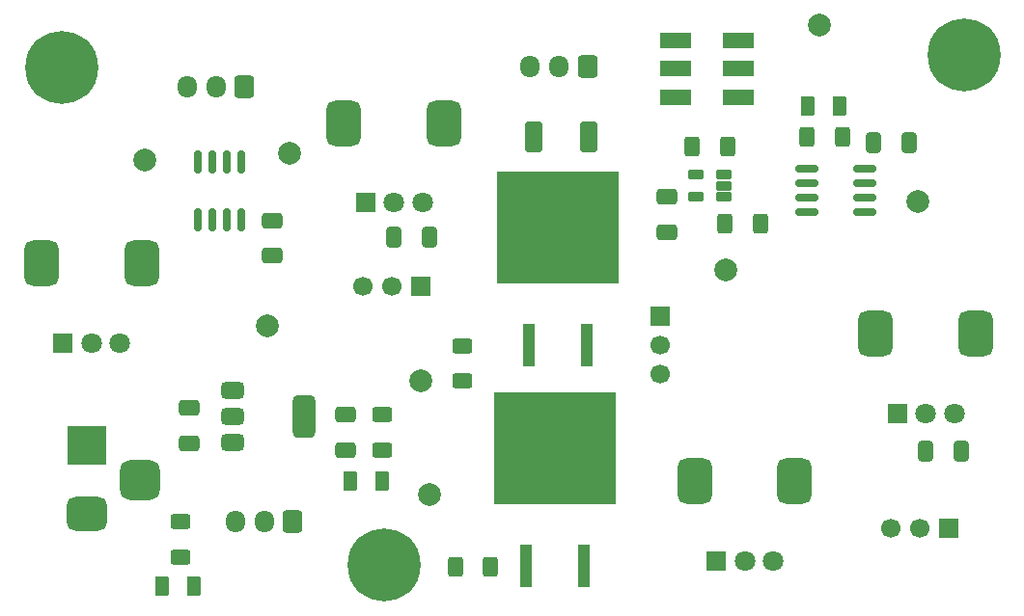
<source format=gbr>
%TF.GenerationSoftware,KiCad,Pcbnew,9.0.4*%
%TF.CreationDate,2025-10-06T02:07:33-06:00*%
%TF.ProjectId,Levitation_Analog_v1,4c657669-7461-4746-996f-6e5f416e616c,rev?*%
%TF.SameCoordinates,Original*%
%TF.FileFunction,Soldermask,Top*%
%TF.FilePolarity,Negative*%
%FSLAX46Y46*%
G04 Gerber Fmt 4.6, Leading zero omitted, Abs format (unit mm)*
G04 Created by KiCad (PCBNEW 9.0.4) date 2025-10-06 02:07:33*
%MOMM*%
%LPD*%
G01*
G04 APERTURE LIST*
G04 Aperture macros list*
%AMRoundRect*
0 Rectangle with rounded corners*
0 $1 Rounding radius*
0 $2 $3 $4 $5 $6 $7 $8 $9 X,Y pos of 4 corners*
0 Add a 4 corners polygon primitive as box body*
4,1,4,$2,$3,$4,$5,$6,$7,$8,$9,$2,$3,0*
0 Add four circle primitives for the rounded corners*
1,1,$1+$1,$2,$3*
1,1,$1+$1,$4,$5*
1,1,$1+$1,$6,$7*
1,1,$1+$1,$8,$9*
0 Add four rect primitives between the rounded corners*
20,1,$1+$1,$2,$3,$4,$5,0*
20,1,$1+$1,$4,$5,$6,$7,0*
20,1,$1+$1,$6,$7,$8,$9,0*
20,1,$1+$1,$8,$9,$2,$3,0*%
G04 Aperture macros list end*
%ADD10C,2.000000*%
%ADD11R,1.800000X1.800000*%
%ADD12C,1.800000*%
%ADD13RoundRect,0.750000X0.750000X-1.250000X0.750000X1.250000X-0.750000X1.250000X-0.750000X-1.250000X0*%
%ADD14C,6.400000*%
%ADD15RoundRect,0.250000X0.375000X0.625000X-0.375000X0.625000X-0.375000X-0.625000X0.375000X-0.625000X0*%
%ADD16R,1.041400X3.810000*%
%ADD17R,10.769600X9.880600*%
%ADD18RoundRect,0.250000X-0.500000X-1.100000X0.500000X-1.100000X0.500000X1.100000X-0.500000X1.100000X0*%
%ADD19RoundRect,0.250000X-0.375000X-0.625000X0.375000X-0.625000X0.375000X0.625000X-0.375000X0.625000X0*%
%ADD20RoundRect,0.250000X-0.650000X0.412500X-0.650000X-0.412500X0.650000X-0.412500X0.650000X0.412500X0*%
%ADD21RoundRect,0.102000X-1.250000X0.600000X-1.250000X-0.600000X1.250000X-0.600000X1.250000X0.600000X0*%
%ADD22RoundRect,0.250000X-0.412500X-0.650000X0.412500X-0.650000X0.412500X0.650000X-0.412500X0.650000X0*%
%ADD23RoundRect,0.250000X-0.625000X0.400000X-0.625000X-0.400000X0.625000X-0.400000X0.625000X0.400000X0*%
%ADD24RoundRect,0.250000X-0.400000X-0.625000X0.400000X-0.625000X0.400000X0.625000X-0.400000X0.625000X0*%
%ADD25R,1.700000X1.700000*%
%ADD26C,1.700000*%
%ADD27RoundRect,0.250000X0.600000X0.725000X-0.600000X0.725000X-0.600000X-0.725000X0.600000X-0.725000X0*%
%ADD28O,1.700000X1.950000*%
%ADD29RoundRect,0.198500X0.508500X0.198500X-0.508500X0.198500X-0.508500X-0.198500X0.508500X-0.198500X0*%
%ADD30RoundRect,0.162500X-0.825000X-0.162500X0.825000X-0.162500X0.825000X0.162500X-0.825000X0.162500X0*%
%ADD31RoundRect,0.250000X0.400000X0.625000X-0.400000X0.625000X-0.400000X-0.625000X0.400000X-0.625000X0*%
%ADD32R,3.500000X3.500000*%
%ADD33RoundRect,0.750000X1.000000X-0.750000X1.000000X0.750000X-1.000000X0.750000X-1.000000X-0.750000X0*%
%ADD34RoundRect,0.875000X0.875000X-0.875000X0.875000X0.875000X-0.875000X0.875000X-0.875000X-0.875000X0*%
%ADD35RoundRect,0.162500X-0.162500X0.825000X-0.162500X-0.825000X0.162500X-0.825000X0.162500X0.825000X0*%
%ADD36RoundRect,0.250000X0.650000X-0.412500X0.650000X0.412500X-0.650000X0.412500X-0.650000X-0.412500X0*%
%ADD37RoundRect,0.375000X-0.625000X-0.375000X0.625000X-0.375000X0.625000X0.375000X-0.625000X0.375000X0*%
%ADD38RoundRect,0.500000X-0.500000X-1.400000X0.500000X-1.400000X0.500000X1.400000X-0.500000X1.400000X0*%
G04 APERTURE END LIST*
D10*
%TO.C,TP7*%
X114130000Y-67560000D03*
%TD*%
%TO.C,TP8*%
X173340000Y-55720000D03*
%TD*%
D11*
%TO.C,RV3*%
X164250000Y-102760000D03*
D12*
X166750000Y-102760000D03*
X169250000Y-102760000D03*
D13*
X162350000Y-95760000D03*
X171150000Y-95760000D03*
%TD*%
D14*
%TO.C,H3*%
X135130000Y-103090000D03*
%TD*%
D15*
%TO.C,D2*%
X175120000Y-62820000D03*
X172320000Y-62820000D03*
%TD*%
D11*
%TO.C,RV1*%
X133510000Y-71280000D03*
D12*
X136010000Y-71280000D03*
X138510000Y-71280000D03*
D13*
X131610000Y-64280000D03*
X140410000Y-64280000D03*
%TD*%
D16*
%TO.C,MOSFET1*%
X147860000Y-83805900D03*
X152940000Y-83805900D03*
D17*
X150400000Y-73430000D03*
%TD*%
D18*
%TO.C,D1*%
X148290000Y-65520000D03*
X153090000Y-65520000D03*
%TD*%
D19*
%TO.C,D3*%
X132170000Y-95750000D03*
X134970000Y-95750000D03*
%TD*%
D10*
%TO.C,TP1*%
X124840000Y-82080000D03*
%TD*%
D20*
%TO.C,C2*%
X125290000Y-72827500D03*
X125290000Y-75952500D03*
%TD*%
D21*
%TO.C,S1*%
X160662500Y-57025000D03*
X160662500Y-59525000D03*
X160662500Y-62025000D03*
X166162500Y-57025000D03*
X166162500Y-59525000D03*
X166162500Y-62025000D03*
%TD*%
D22*
%TO.C,C7*%
X182657500Y-93110000D03*
X185782500Y-93110000D03*
%TD*%
D15*
%TO.C,D4*%
X118470000Y-104940000D03*
X115670000Y-104940000D03*
%TD*%
D23*
%TO.C,R1*%
X142000000Y-83850000D03*
X142000000Y-86950000D03*
%TD*%
D20*
%TO.C,C6*%
X159962500Y-70722500D03*
X159962500Y-73847500D03*
%TD*%
%TO.C,C4*%
X131780000Y-89895000D03*
X131780000Y-93020000D03*
%TD*%
D24*
%TO.C,R3*%
X165052500Y-73095000D03*
X168152500Y-73095000D03*
%TD*%
D10*
%TO.C,TP6*%
X126810000Y-66920000D03*
%TD*%
D25*
%TO.C,J2*%
X138380000Y-78640000D03*
D26*
X135840000Y-78640000D03*
X133300000Y-78640000D03*
%TD*%
D23*
%TO.C,R6*%
X134960000Y-89920000D03*
X134960000Y-93020000D03*
%TD*%
D22*
%TO.C,C5*%
X178077500Y-66020000D03*
X181202500Y-66020000D03*
%TD*%
D17*
%TO.C,MOSFET2*%
X150130000Y-92830000D03*
D16*
X152670000Y-103205900D03*
X147590000Y-103205900D03*
%TD*%
D25*
%TO.C,J3*%
X184690000Y-99880000D03*
D26*
X182150000Y-99880000D03*
X179610000Y-99880000D03*
%TD*%
D27*
%TO.C,J1*%
X122880000Y-61120000D03*
D28*
X120380000Y-61120000D03*
X117880000Y-61120000D03*
%TD*%
D11*
%TO.C,RV4*%
X180130000Y-89790000D03*
D12*
X182630000Y-89790000D03*
X185130000Y-89790000D03*
D13*
X178230000Y-82790000D03*
X187030000Y-82790000D03*
%TD*%
D29*
%TO.C,U4*%
X164970000Y-70735000D03*
X164970000Y-69785000D03*
X164970000Y-68835000D03*
X162460000Y-68835000D03*
X162460000Y-70735000D03*
%TD*%
D30*
%TO.C,U3*%
X172202500Y-68275000D03*
X172202500Y-69545000D03*
X172202500Y-70815000D03*
X172202500Y-72085000D03*
X177277500Y-72085000D03*
X177277500Y-70815000D03*
X177277500Y-69545000D03*
X177277500Y-68275000D03*
%TD*%
D31*
%TO.C,R2*%
X144450000Y-103280000D03*
X141350000Y-103280000D03*
%TD*%
%TO.C,R5*%
X175330000Y-65540000D03*
X172230000Y-65540000D03*
%TD*%
D11*
%TO.C,RV2*%
X106970000Y-83630000D03*
D12*
X109470000Y-83630000D03*
X111970000Y-83630000D03*
D13*
X105070000Y-76630000D03*
X113870000Y-76630000D03*
%TD*%
D10*
%TO.C,TP5*%
X139100000Y-96880000D03*
%TD*%
%TO.C,TP3*%
X138340000Y-86880000D03*
%TD*%
%TO.C,TP2*%
X181940000Y-71170000D03*
%TD*%
D32*
%TO.C,J7*%
X109032500Y-92600000D03*
D33*
X109032500Y-98600000D03*
D34*
X113732500Y-95600000D03*
%TD*%
D14*
%TO.C,H2*%
X185970000Y-58310000D03*
%TD*%
D22*
%TO.C,C1*%
X135987500Y-74270000D03*
X139112500Y-74270000D03*
%TD*%
D14*
%TO.C,H1*%
X106840000Y-59380000D03*
%TD*%
D35*
%TO.C,U1*%
X122565000Y-67732500D03*
X121295000Y-67732500D03*
X120025000Y-67732500D03*
X118755000Y-67732500D03*
X118755000Y-72807500D03*
X120025000Y-72807500D03*
X121295000Y-72807500D03*
X122565000Y-72807500D03*
%TD*%
D27*
%TO.C,J4*%
X127110000Y-99300000D03*
D28*
X124610000Y-99300000D03*
X122110000Y-99300000D03*
%TD*%
D24*
%TO.C,R4*%
X162162500Y-66335000D03*
X165262500Y-66335000D03*
%TD*%
D36*
%TO.C,C3*%
X118030000Y-89267500D03*
X118030000Y-92392500D03*
%TD*%
D37*
%TO.C,U2*%
X121820000Y-87750000D03*
X121820000Y-90050000D03*
D38*
X128120000Y-90050000D03*
D37*
X121820000Y-92350000D03*
%TD*%
D23*
%TO.C,R7*%
X117250000Y-99300000D03*
X117250000Y-102400000D03*
%TD*%
D25*
%TO.C,J6*%
X159380000Y-81260000D03*
D26*
X159380000Y-83800000D03*
X159380000Y-86340000D03*
%TD*%
D10*
%TO.C,TP4*%
X165120000Y-77220000D03*
%TD*%
D27*
%TO.C,J5*%
X152950000Y-59340000D03*
D28*
X150450000Y-59340000D03*
X147950000Y-59340000D03*
%TD*%
M02*

</source>
